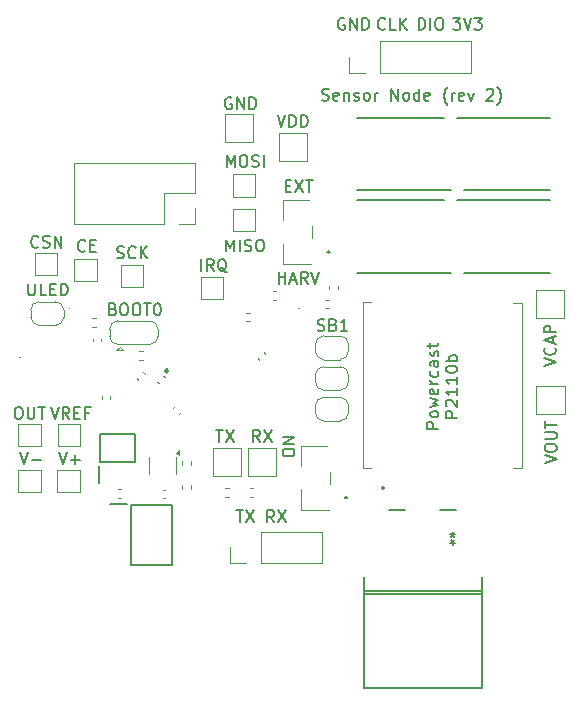
<source format=gbr>
%TF.GenerationSoftware,KiCad,Pcbnew,8.0.2*%
%TF.CreationDate,2024-07-16T13:23:22-07:00*%
%TF.ProjectId,sensor-node-rev-2s,73656e73-6f72-42d6-9e6f-64652d726576,rev?*%
%TF.SameCoordinates,Original*%
%TF.FileFunction,Legend,Top*%
%TF.FilePolarity,Positive*%
%FSLAX46Y46*%
G04 Gerber Fmt 4.6, Leading zero omitted, Abs format (unit mm)*
G04 Created by KiCad (PCBNEW 8.0.2) date 2024-07-16 13:23:22*
%MOMM*%
%LPD*%
G01*
G04 APERTURE LIST*
%ADD10C,0.150000*%
%ADD11C,0.120000*%
%ADD12C,0.100000*%
%ADD13C,0.200000*%
%ADD14C,0.250000*%
%ADD15C,0.152400*%
G04 APERTURE END LIST*
D10*
X93286779Y-109799819D02*
X93286779Y-108799819D01*
X93286779Y-108799819D02*
X93620112Y-109514104D01*
X93620112Y-109514104D02*
X93953445Y-108799819D01*
X93953445Y-108799819D02*
X93953445Y-109799819D01*
X94620112Y-108799819D02*
X94810588Y-108799819D01*
X94810588Y-108799819D02*
X94905826Y-108847438D01*
X94905826Y-108847438D02*
X95001064Y-108942676D01*
X95001064Y-108942676D02*
X95048683Y-109133152D01*
X95048683Y-109133152D02*
X95048683Y-109466485D01*
X95048683Y-109466485D02*
X95001064Y-109656961D01*
X95001064Y-109656961D02*
X94905826Y-109752200D01*
X94905826Y-109752200D02*
X94810588Y-109799819D01*
X94810588Y-109799819D02*
X94620112Y-109799819D01*
X94620112Y-109799819D02*
X94524874Y-109752200D01*
X94524874Y-109752200D02*
X94429636Y-109656961D01*
X94429636Y-109656961D02*
X94382017Y-109466485D01*
X94382017Y-109466485D02*
X94382017Y-109133152D01*
X94382017Y-109133152D02*
X94429636Y-108942676D01*
X94429636Y-108942676D02*
X94524874Y-108847438D01*
X94524874Y-108847438D02*
X94620112Y-108799819D01*
X95429636Y-109752200D02*
X95572493Y-109799819D01*
X95572493Y-109799819D02*
X95810588Y-109799819D01*
X95810588Y-109799819D02*
X95905826Y-109752200D01*
X95905826Y-109752200D02*
X95953445Y-109704580D01*
X95953445Y-109704580D02*
X96001064Y-109609342D01*
X96001064Y-109609342D02*
X96001064Y-109514104D01*
X96001064Y-109514104D02*
X95953445Y-109418866D01*
X95953445Y-109418866D02*
X95905826Y-109371247D01*
X95905826Y-109371247D02*
X95810588Y-109323628D01*
X95810588Y-109323628D02*
X95620112Y-109276009D01*
X95620112Y-109276009D02*
X95524874Y-109228390D01*
X95524874Y-109228390D02*
X95477255Y-109180771D01*
X95477255Y-109180771D02*
X95429636Y-109085533D01*
X95429636Y-109085533D02*
X95429636Y-108990295D01*
X95429636Y-108990295D02*
X95477255Y-108895057D01*
X95477255Y-108895057D02*
X95524874Y-108847438D01*
X95524874Y-108847438D02*
X95620112Y-108799819D01*
X95620112Y-108799819D02*
X95858207Y-108799819D01*
X95858207Y-108799819D02*
X96001064Y-108847438D01*
X96429636Y-109799819D02*
X96429636Y-108799819D01*
X94093922Y-138869819D02*
X94665350Y-138869819D01*
X94379636Y-139869819D02*
X94379636Y-138869819D01*
X94903446Y-138869819D02*
X95570112Y-139869819D01*
X95570112Y-138869819D02*
X94903446Y-139869819D01*
X96108207Y-133069819D02*
X95774874Y-132593628D01*
X95536779Y-133069819D02*
X95536779Y-132069819D01*
X95536779Y-132069819D02*
X95917731Y-132069819D01*
X95917731Y-132069819D02*
X96012969Y-132117438D01*
X96012969Y-132117438D02*
X96060588Y-132165057D01*
X96060588Y-132165057D02*
X96108207Y-132260295D01*
X96108207Y-132260295D02*
X96108207Y-132403152D01*
X96108207Y-132403152D02*
X96060588Y-132498390D01*
X96060588Y-132498390D02*
X96012969Y-132546009D01*
X96012969Y-132546009D02*
X95917731Y-132593628D01*
X95917731Y-132593628D02*
X95536779Y-132593628D01*
X96441541Y-132069819D02*
X97108207Y-133069819D01*
X97108207Y-132069819D02*
X96441541Y-133069819D01*
X109536779Y-98169819D02*
X109536779Y-97169819D01*
X109536779Y-97169819D02*
X109774874Y-97169819D01*
X109774874Y-97169819D02*
X109917731Y-97217438D01*
X109917731Y-97217438D02*
X110012969Y-97312676D01*
X110012969Y-97312676D02*
X110060588Y-97407914D01*
X110060588Y-97407914D02*
X110108207Y-97598390D01*
X110108207Y-97598390D02*
X110108207Y-97741247D01*
X110108207Y-97741247D02*
X110060588Y-97931723D01*
X110060588Y-97931723D02*
X110012969Y-98026961D01*
X110012969Y-98026961D02*
X109917731Y-98122200D01*
X109917731Y-98122200D02*
X109774874Y-98169819D01*
X109774874Y-98169819D02*
X109536779Y-98169819D01*
X110536779Y-98169819D02*
X110536779Y-97169819D01*
X111203445Y-97169819D02*
X111393921Y-97169819D01*
X111393921Y-97169819D02*
X111489159Y-97217438D01*
X111489159Y-97217438D02*
X111584397Y-97312676D01*
X111584397Y-97312676D02*
X111632016Y-97503152D01*
X111632016Y-97503152D02*
X111632016Y-97836485D01*
X111632016Y-97836485D02*
X111584397Y-98026961D01*
X111584397Y-98026961D02*
X111489159Y-98122200D01*
X111489159Y-98122200D02*
X111393921Y-98169819D01*
X111393921Y-98169819D02*
X111203445Y-98169819D01*
X111203445Y-98169819D02*
X111108207Y-98122200D01*
X111108207Y-98122200D02*
X111012969Y-98026961D01*
X111012969Y-98026961D02*
X110965350Y-97836485D01*
X110965350Y-97836485D02*
X110965350Y-97503152D01*
X110965350Y-97503152D02*
X111012969Y-97312676D01*
X111012969Y-97312676D02*
X111108207Y-97217438D01*
X111108207Y-97217438D02*
X111203445Y-97169819D01*
X83999160Y-117482200D02*
X84142017Y-117529819D01*
X84142017Y-117529819D02*
X84380112Y-117529819D01*
X84380112Y-117529819D02*
X84475350Y-117482200D01*
X84475350Y-117482200D02*
X84522969Y-117434580D01*
X84522969Y-117434580D02*
X84570588Y-117339342D01*
X84570588Y-117339342D02*
X84570588Y-117244104D01*
X84570588Y-117244104D02*
X84522969Y-117148866D01*
X84522969Y-117148866D02*
X84475350Y-117101247D01*
X84475350Y-117101247D02*
X84380112Y-117053628D01*
X84380112Y-117053628D02*
X84189636Y-117006009D01*
X84189636Y-117006009D02*
X84094398Y-116958390D01*
X84094398Y-116958390D02*
X84046779Y-116910771D01*
X84046779Y-116910771D02*
X83999160Y-116815533D01*
X83999160Y-116815533D02*
X83999160Y-116720295D01*
X83999160Y-116720295D02*
X84046779Y-116625057D01*
X84046779Y-116625057D02*
X84094398Y-116577438D01*
X84094398Y-116577438D02*
X84189636Y-116529819D01*
X84189636Y-116529819D02*
X84427731Y-116529819D01*
X84427731Y-116529819D02*
X84570588Y-116577438D01*
X85570588Y-117434580D02*
X85522969Y-117482200D01*
X85522969Y-117482200D02*
X85380112Y-117529819D01*
X85380112Y-117529819D02*
X85284874Y-117529819D01*
X85284874Y-117529819D02*
X85142017Y-117482200D01*
X85142017Y-117482200D02*
X85046779Y-117386961D01*
X85046779Y-117386961D02*
X84999160Y-117291723D01*
X84999160Y-117291723D02*
X84951541Y-117101247D01*
X84951541Y-117101247D02*
X84951541Y-116958390D01*
X84951541Y-116958390D02*
X84999160Y-116767914D01*
X84999160Y-116767914D02*
X85046779Y-116672676D01*
X85046779Y-116672676D02*
X85142017Y-116577438D01*
X85142017Y-116577438D02*
X85284874Y-116529819D01*
X85284874Y-116529819D02*
X85380112Y-116529819D01*
X85380112Y-116529819D02*
X85522969Y-116577438D01*
X85522969Y-116577438D02*
X85570588Y-116625057D01*
X85999160Y-117529819D02*
X85999160Y-116529819D01*
X86570588Y-117529819D02*
X86142017Y-116958390D01*
X86570588Y-116529819D02*
X85999160Y-117101247D01*
X75793922Y-133969819D02*
X76127255Y-134969819D01*
X76127255Y-134969819D02*
X76460588Y-133969819D01*
X76793922Y-134588866D02*
X77555827Y-134588866D01*
X120219819Y-134856077D02*
X121219819Y-134522744D01*
X121219819Y-134522744D02*
X120219819Y-134189411D01*
X120219819Y-133665601D02*
X120219819Y-133475125D01*
X120219819Y-133475125D02*
X120267438Y-133379887D01*
X120267438Y-133379887D02*
X120362676Y-133284649D01*
X120362676Y-133284649D02*
X120553152Y-133237030D01*
X120553152Y-133237030D02*
X120886485Y-133237030D01*
X120886485Y-133237030D02*
X121076961Y-133284649D01*
X121076961Y-133284649D02*
X121172200Y-133379887D01*
X121172200Y-133379887D02*
X121219819Y-133475125D01*
X121219819Y-133475125D02*
X121219819Y-133665601D01*
X121219819Y-133665601D02*
X121172200Y-133760839D01*
X121172200Y-133760839D02*
X121076961Y-133856077D01*
X121076961Y-133856077D02*
X120886485Y-133903696D01*
X120886485Y-133903696D02*
X120553152Y-133903696D01*
X120553152Y-133903696D02*
X120362676Y-133856077D01*
X120362676Y-133856077D02*
X120267438Y-133760839D01*
X120267438Y-133760839D02*
X120219819Y-133665601D01*
X120219819Y-132808458D02*
X121029342Y-132808458D01*
X121029342Y-132808458D02*
X121124580Y-132760839D01*
X121124580Y-132760839D02*
X121172200Y-132713220D01*
X121172200Y-132713220D02*
X121219819Y-132617982D01*
X121219819Y-132617982D02*
X121219819Y-132427506D01*
X121219819Y-132427506D02*
X121172200Y-132332268D01*
X121172200Y-132332268D02*
X121124580Y-132284649D01*
X121124580Y-132284649D02*
X121029342Y-132237030D01*
X121029342Y-132237030D02*
X120219819Y-132237030D01*
X120219819Y-131903696D02*
X120219819Y-131332268D01*
X121219819Y-131617982D02*
X120219819Y-131617982D01*
X92393922Y-132069819D02*
X92965350Y-132069819D01*
X92679636Y-133069819D02*
X92679636Y-132069819D01*
X93203446Y-132069819D02*
X93870112Y-133069819D01*
X93870112Y-132069819D02*
X93203446Y-133069819D01*
X112441541Y-97169819D02*
X113060588Y-97169819D01*
X113060588Y-97169819D02*
X112727255Y-97550771D01*
X112727255Y-97550771D02*
X112870112Y-97550771D01*
X112870112Y-97550771D02*
X112965350Y-97598390D01*
X112965350Y-97598390D02*
X113012969Y-97646009D01*
X113012969Y-97646009D02*
X113060588Y-97741247D01*
X113060588Y-97741247D02*
X113060588Y-97979342D01*
X113060588Y-97979342D02*
X113012969Y-98074580D01*
X113012969Y-98074580D02*
X112965350Y-98122200D01*
X112965350Y-98122200D02*
X112870112Y-98169819D01*
X112870112Y-98169819D02*
X112584398Y-98169819D01*
X112584398Y-98169819D02*
X112489160Y-98122200D01*
X112489160Y-98122200D02*
X112441541Y-98074580D01*
X113346303Y-97169819D02*
X113679636Y-98169819D01*
X113679636Y-98169819D02*
X114012969Y-97169819D01*
X114251065Y-97169819D02*
X114870112Y-97169819D01*
X114870112Y-97169819D02*
X114536779Y-97550771D01*
X114536779Y-97550771D02*
X114679636Y-97550771D01*
X114679636Y-97550771D02*
X114774874Y-97598390D01*
X114774874Y-97598390D02*
X114822493Y-97646009D01*
X114822493Y-97646009D02*
X114870112Y-97741247D01*
X114870112Y-97741247D02*
X114870112Y-97979342D01*
X114870112Y-97979342D02*
X114822493Y-98074580D01*
X114822493Y-98074580D02*
X114774874Y-98122200D01*
X114774874Y-98122200D02*
X114679636Y-98169819D01*
X114679636Y-98169819D02*
X114393922Y-98169819D01*
X114393922Y-98169819D02*
X114298684Y-98122200D01*
X114298684Y-98122200D02*
X114251065Y-98074580D01*
X98286779Y-111396009D02*
X98620112Y-111396009D01*
X98762969Y-111919819D02*
X98286779Y-111919819D01*
X98286779Y-111919819D02*
X98286779Y-110919819D01*
X98286779Y-110919819D02*
X98762969Y-110919819D01*
X99096303Y-110919819D02*
X99762969Y-111919819D01*
X99762969Y-110919819D02*
X99096303Y-111919819D01*
X100001065Y-110919819D02*
X100572493Y-110919819D01*
X100286779Y-111919819D02*
X100286779Y-110919819D01*
X97308207Y-139869819D02*
X96974874Y-139393628D01*
X96736779Y-139869819D02*
X96736779Y-138869819D01*
X96736779Y-138869819D02*
X97117731Y-138869819D01*
X97117731Y-138869819D02*
X97212969Y-138917438D01*
X97212969Y-138917438D02*
X97260588Y-138965057D01*
X97260588Y-138965057D02*
X97308207Y-139060295D01*
X97308207Y-139060295D02*
X97308207Y-139203152D01*
X97308207Y-139203152D02*
X97260588Y-139298390D01*
X97260588Y-139298390D02*
X97212969Y-139346009D01*
X97212969Y-139346009D02*
X97117731Y-139393628D01*
X97117731Y-139393628D02*
X96736779Y-139393628D01*
X97641541Y-138869819D02*
X98308207Y-139869819D01*
X98308207Y-138869819D02*
X97641541Y-139869819D01*
X120169819Y-126656077D02*
X121169819Y-126322744D01*
X121169819Y-126322744D02*
X120169819Y-125989411D01*
X121074580Y-125084649D02*
X121122200Y-125132268D01*
X121122200Y-125132268D02*
X121169819Y-125275125D01*
X121169819Y-125275125D02*
X121169819Y-125370363D01*
X121169819Y-125370363D02*
X121122200Y-125513220D01*
X121122200Y-125513220D02*
X121026961Y-125608458D01*
X121026961Y-125608458D02*
X120931723Y-125656077D01*
X120931723Y-125656077D02*
X120741247Y-125703696D01*
X120741247Y-125703696D02*
X120598390Y-125703696D01*
X120598390Y-125703696D02*
X120407914Y-125656077D01*
X120407914Y-125656077D02*
X120312676Y-125608458D01*
X120312676Y-125608458D02*
X120217438Y-125513220D01*
X120217438Y-125513220D02*
X120169819Y-125370363D01*
X120169819Y-125370363D02*
X120169819Y-125275125D01*
X120169819Y-125275125D02*
X120217438Y-125132268D01*
X120217438Y-125132268D02*
X120265057Y-125084649D01*
X120884104Y-124703696D02*
X120884104Y-124227506D01*
X121169819Y-124798934D02*
X120169819Y-124465601D01*
X120169819Y-124465601D02*
X121169819Y-124132268D01*
X121169819Y-123798934D02*
X120169819Y-123798934D01*
X120169819Y-123798934D02*
X120169819Y-123417982D01*
X120169819Y-123417982D02*
X120217438Y-123322744D01*
X120217438Y-123322744D02*
X120265057Y-123275125D01*
X120265057Y-123275125D02*
X120360295Y-123227506D01*
X120360295Y-123227506D02*
X120503152Y-123227506D01*
X120503152Y-123227506D02*
X120598390Y-123275125D01*
X120598390Y-123275125D02*
X120646009Y-123322744D01*
X120646009Y-123322744D02*
X120693628Y-123417982D01*
X120693628Y-123417982D02*
X120693628Y-123798934D01*
X77338207Y-116534580D02*
X77290588Y-116582200D01*
X77290588Y-116582200D02*
X77147731Y-116629819D01*
X77147731Y-116629819D02*
X77052493Y-116629819D01*
X77052493Y-116629819D02*
X76909636Y-116582200D01*
X76909636Y-116582200D02*
X76814398Y-116486961D01*
X76814398Y-116486961D02*
X76766779Y-116391723D01*
X76766779Y-116391723D02*
X76719160Y-116201247D01*
X76719160Y-116201247D02*
X76719160Y-116058390D01*
X76719160Y-116058390D02*
X76766779Y-115867914D01*
X76766779Y-115867914D02*
X76814398Y-115772676D01*
X76814398Y-115772676D02*
X76909636Y-115677438D01*
X76909636Y-115677438D02*
X77052493Y-115629819D01*
X77052493Y-115629819D02*
X77147731Y-115629819D01*
X77147731Y-115629819D02*
X77290588Y-115677438D01*
X77290588Y-115677438D02*
X77338207Y-115725057D01*
X77719160Y-116582200D02*
X77862017Y-116629819D01*
X77862017Y-116629819D02*
X78100112Y-116629819D01*
X78100112Y-116629819D02*
X78195350Y-116582200D01*
X78195350Y-116582200D02*
X78242969Y-116534580D01*
X78242969Y-116534580D02*
X78290588Y-116439342D01*
X78290588Y-116439342D02*
X78290588Y-116344104D01*
X78290588Y-116344104D02*
X78242969Y-116248866D01*
X78242969Y-116248866D02*
X78195350Y-116201247D01*
X78195350Y-116201247D02*
X78100112Y-116153628D01*
X78100112Y-116153628D02*
X77909636Y-116106009D01*
X77909636Y-116106009D02*
X77814398Y-116058390D01*
X77814398Y-116058390D02*
X77766779Y-116010771D01*
X77766779Y-116010771D02*
X77719160Y-115915533D01*
X77719160Y-115915533D02*
X77719160Y-115820295D01*
X77719160Y-115820295D02*
X77766779Y-115725057D01*
X77766779Y-115725057D02*
X77814398Y-115677438D01*
X77814398Y-115677438D02*
X77909636Y-115629819D01*
X77909636Y-115629819D02*
X78147731Y-115629819D01*
X78147731Y-115629819D02*
X78290588Y-115677438D01*
X78719160Y-116629819D02*
X78719160Y-115629819D01*
X78719160Y-115629819D02*
X79290588Y-116629819D01*
X79290588Y-116629819D02*
X79290588Y-115629819D01*
X98019819Y-134072744D02*
X98019819Y-133882268D01*
X98019819Y-133882268D02*
X98067438Y-133787030D01*
X98067438Y-133787030D02*
X98162676Y-133691792D01*
X98162676Y-133691792D02*
X98353152Y-133644173D01*
X98353152Y-133644173D02*
X98686485Y-133644173D01*
X98686485Y-133644173D02*
X98876961Y-133691792D01*
X98876961Y-133691792D02*
X98972200Y-133787030D01*
X98972200Y-133787030D02*
X99019819Y-133882268D01*
X99019819Y-133882268D02*
X99019819Y-134072744D01*
X99019819Y-134072744D02*
X98972200Y-134167982D01*
X98972200Y-134167982D02*
X98876961Y-134263220D01*
X98876961Y-134263220D02*
X98686485Y-134310839D01*
X98686485Y-134310839D02*
X98353152Y-134310839D01*
X98353152Y-134310839D02*
X98162676Y-134263220D01*
X98162676Y-134263220D02*
X98067438Y-134167982D01*
X98067438Y-134167982D02*
X98019819Y-134072744D01*
X99019819Y-133215601D02*
X98019819Y-133215601D01*
X98019819Y-133215601D02*
X99019819Y-132644173D01*
X99019819Y-132644173D02*
X98019819Y-132644173D01*
X75577255Y-130119819D02*
X75767731Y-130119819D01*
X75767731Y-130119819D02*
X75862969Y-130167438D01*
X75862969Y-130167438D02*
X75958207Y-130262676D01*
X75958207Y-130262676D02*
X76005826Y-130453152D01*
X76005826Y-130453152D02*
X76005826Y-130786485D01*
X76005826Y-130786485D02*
X75958207Y-130976961D01*
X75958207Y-130976961D02*
X75862969Y-131072200D01*
X75862969Y-131072200D02*
X75767731Y-131119819D01*
X75767731Y-131119819D02*
X75577255Y-131119819D01*
X75577255Y-131119819D02*
X75482017Y-131072200D01*
X75482017Y-131072200D02*
X75386779Y-130976961D01*
X75386779Y-130976961D02*
X75339160Y-130786485D01*
X75339160Y-130786485D02*
X75339160Y-130453152D01*
X75339160Y-130453152D02*
X75386779Y-130262676D01*
X75386779Y-130262676D02*
X75482017Y-130167438D01*
X75482017Y-130167438D02*
X75577255Y-130119819D01*
X76434398Y-130119819D02*
X76434398Y-130929342D01*
X76434398Y-130929342D02*
X76482017Y-131024580D01*
X76482017Y-131024580D02*
X76529636Y-131072200D01*
X76529636Y-131072200D02*
X76624874Y-131119819D01*
X76624874Y-131119819D02*
X76815350Y-131119819D01*
X76815350Y-131119819D02*
X76910588Y-131072200D01*
X76910588Y-131072200D02*
X76958207Y-131024580D01*
X76958207Y-131024580D02*
X77005826Y-130929342D01*
X77005826Y-130929342D02*
X77005826Y-130119819D01*
X77339160Y-130119819D02*
X77910588Y-130119819D01*
X77624874Y-131119819D02*
X77624874Y-130119819D01*
X81298207Y-116874580D02*
X81250588Y-116922200D01*
X81250588Y-116922200D02*
X81107731Y-116969819D01*
X81107731Y-116969819D02*
X81012493Y-116969819D01*
X81012493Y-116969819D02*
X80869636Y-116922200D01*
X80869636Y-116922200D02*
X80774398Y-116826961D01*
X80774398Y-116826961D02*
X80726779Y-116731723D01*
X80726779Y-116731723D02*
X80679160Y-116541247D01*
X80679160Y-116541247D02*
X80679160Y-116398390D01*
X80679160Y-116398390D02*
X80726779Y-116207914D01*
X80726779Y-116207914D02*
X80774398Y-116112676D01*
X80774398Y-116112676D02*
X80869636Y-116017438D01*
X80869636Y-116017438D02*
X81012493Y-115969819D01*
X81012493Y-115969819D02*
X81107731Y-115969819D01*
X81107731Y-115969819D02*
X81250588Y-116017438D01*
X81250588Y-116017438D02*
X81298207Y-116065057D01*
X81726779Y-116446009D02*
X82060112Y-116446009D01*
X82202969Y-116969819D02*
X81726779Y-116969819D01*
X81726779Y-116969819D02*
X81726779Y-115969819D01*
X81726779Y-115969819D02*
X82202969Y-115969819D01*
X91136779Y-118609819D02*
X91136779Y-117609819D01*
X92184397Y-118609819D02*
X91851064Y-118133628D01*
X91612969Y-118609819D02*
X91612969Y-117609819D01*
X91612969Y-117609819D02*
X91993921Y-117609819D01*
X91993921Y-117609819D02*
X92089159Y-117657438D01*
X92089159Y-117657438D02*
X92136778Y-117705057D01*
X92136778Y-117705057D02*
X92184397Y-117800295D01*
X92184397Y-117800295D02*
X92184397Y-117943152D01*
X92184397Y-117943152D02*
X92136778Y-118038390D01*
X92136778Y-118038390D02*
X92089159Y-118086009D01*
X92089159Y-118086009D02*
X91993921Y-118133628D01*
X91993921Y-118133628D02*
X91612969Y-118133628D01*
X93279635Y-118705057D02*
X93184397Y-118657438D01*
X93184397Y-118657438D02*
X93089159Y-118562200D01*
X93089159Y-118562200D02*
X92946302Y-118419342D01*
X92946302Y-118419342D02*
X92851064Y-118371723D01*
X92851064Y-118371723D02*
X92755826Y-118371723D01*
X92803445Y-118609819D02*
X92708207Y-118562200D01*
X92708207Y-118562200D02*
X92612969Y-118466961D01*
X92612969Y-118466961D02*
X92565350Y-118276485D01*
X92565350Y-118276485D02*
X92565350Y-117943152D01*
X92565350Y-117943152D02*
X92612969Y-117752676D01*
X92612969Y-117752676D02*
X92708207Y-117657438D01*
X92708207Y-117657438D02*
X92803445Y-117609819D01*
X92803445Y-117609819D02*
X92993921Y-117609819D01*
X92993921Y-117609819D02*
X93089159Y-117657438D01*
X93089159Y-117657438D02*
X93184397Y-117752676D01*
X93184397Y-117752676D02*
X93232016Y-117943152D01*
X93232016Y-117943152D02*
X93232016Y-118276485D01*
X93232016Y-118276485D02*
X93184397Y-118466961D01*
X93184397Y-118466961D02*
X93089159Y-118562200D01*
X93089159Y-118562200D02*
X92993921Y-118609819D01*
X92993921Y-118609819D02*
X92803445Y-118609819D01*
X93685588Y-103942438D02*
X93590350Y-103894819D01*
X93590350Y-103894819D02*
X93447493Y-103894819D01*
X93447493Y-103894819D02*
X93304636Y-103942438D01*
X93304636Y-103942438D02*
X93209398Y-104037676D01*
X93209398Y-104037676D02*
X93161779Y-104132914D01*
X93161779Y-104132914D02*
X93114160Y-104323390D01*
X93114160Y-104323390D02*
X93114160Y-104466247D01*
X93114160Y-104466247D02*
X93161779Y-104656723D01*
X93161779Y-104656723D02*
X93209398Y-104751961D01*
X93209398Y-104751961D02*
X93304636Y-104847200D01*
X93304636Y-104847200D02*
X93447493Y-104894819D01*
X93447493Y-104894819D02*
X93542731Y-104894819D01*
X93542731Y-104894819D02*
X93685588Y-104847200D01*
X93685588Y-104847200D02*
X93733207Y-104799580D01*
X93733207Y-104799580D02*
X93733207Y-104466247D01*
X93733207Y-104466247D02*
X93542731Y-104466247D01*
X94161779Y-104894819D02*
X94161779Y-103894819D01*
X94161779Y-103894819D02*
X94733207Y-104894819D01*
X94733207Y-104894819D02*
X94733207Y-103894819D01*
X95209398Y-104894819D02*
X95209398Y-103894819D01*
X95209398Y-103894819D02*
X95447493Y-103894819D01*
X95447493Y-103894819D02*
X95590350Y-103942438D01*
X95590350Y-103942438D02*
X95685588Y-104037676D01*
X95685588Y-104037676D02*
X95733207Y-104132914D01*
X95733207Y-104132914D02*
X95780826Y-104323390D01*
X95780826Y-104323390D02*
X95780826Y-104466247D01*
X95780826Y-104466247D02*
X95733207Y-104656723D01*
X95733207Y-104656723D02*
X95685588Y-104751961D01*
X95685588Y-104751961D02*
X95590350Y-104847200D01*
X95590350Y-104847200D02*
X95447493Y-104894819D01*
X95447493Y-104894819D02*
X95209398Y-104894819D01*
X76486779Y-119669819D02*
X76486779Y-120479342D01*
X76486779Y-120479342D02*
X76534398Y-120574580D01*
X76534398Y-120574580D02*
X76582017Y-120622200D01*
X76582017Y-120622200D02*
X76677255Y-120669819D01*
X76677255Y-120669819D02*
X76867731Y-120669819D01*
X76867731Y-120669819D02*
X76962969Y-120622200D01*
X76962969Y-120622200D02*
X77010588Y-120574580D01*
X77010588Y-120574580D02*
X77058207Y-120479342D01*
X77058207Y-120479342D02*
X77058207Y-119669819D01*
X78010588Y-120669819D02*
X77534398Y-120669819D01*
X77534398Y-120669819D02*
X77534398Y-119669819D01*
X78343922Y-120146009D02*
X78677255Y-120146009D01*
X78820112Y-120669819D02*
X78343922Y-120669819D01*
X78343922Y-120669819D02*
X78343922Y-119669819D01*
X78343922Y-119669819D02*
X78820112Y-119669819D01*
X79248684Y-120669819D02*
X79248684Y-119669819D01*
X79248684Y-119669819D02*
X79486779Y-119669819D01*
X79486779Y-119669819D02*
X79629636Y-119717438D01*
X79629636Y-119717438D02*
X79724874Y-119812676D01*
X79724874Y-119812676D02*
X79772493Y-119907914D01*
X79772493Y-119907914D02*
X79820112Y-120098390D01*
X79820112Y-120098390D02*
X79820112Y-120241247D01*
X79820112Y-120241247D02*
X79772493Y-120431723D01*
X79772493Y-120431723D02*
X79724874Y-120526961D01*
X79724874Y-120526961D02*
X79629636Y-120622200D01*
X79629636Y-120622200D02*
X79486779Y-120669819D01*
X79486779Y-120669819D02*
X79248684Y-120669819D01*
X106708207Y-98074580D02*
X106660588Y-98122200D01*
X106660588Y-98122200D02*
X106517731Y-98169819D01*
X106517731Y-98169819D02*
X106422493Y-98169819D01*
X106422493Y-98169819D02*
X106279636Y-98122200D01*
X106279636Y-98122200D02*
X106184398Y-98026961D01*
X106184398Y-98026961D02*
X106136779Y-97931723D01*
X106136779Y-97931723D02*
X106089160Y-97741247D01*
X106089160Y-97741247D02*
X106089160Y-97598390D01*
X106089160Y-97598390D02*
X106136779Y-97407914D01*
X106136779Y-97407914D02*
X106184398Y-97312676D01*
X106184398Y-97312676D02*
X106279636Y-97217438D01*
X106279636Y-97217438D02*
X106422493Y-97169819D01*
X106422493Y-97169819D02*
X106517731Y-97169819D01*
X106517731Y-97169819D02*
X106660588Y-97217438D01*
X106660588Y-97217438D02*
X106708207Y-97265057D01*
X107612969Y-98169819D02*
X107136779Y-98169819D01*
X107136779Y-98169819D02*
X107136779Y-97169819D01*
X107946303Y-98169819D02*
X107946303Y-97169819D01*
X108517731Y-98169819D02*
X108089160Y-97598390D01*
X108517731Y-97169819D02*
X107946303Y-97741247D01*
X93246779Y-116944819D02*
X93246779Y-115944819D01*
X93246779Y-115944819D02*
X93580112Y-116659104D01*
X93580112Y-116659104D02*
X93913445Y-115944819D01*
X93913445Y-115944819D02*
X93913445Y-116944819D01*
X94389636Y-116944819D02*
X94389636Y-115944819D01*
X94818207Y-116897200D02*
X94961064Y-116944819D01*
X94961064Y-116944819D02*
X95199159Y-116944819D01*
X95199159Y-116944819D02*
X95294397Y-116897200D01*
X95294397Y-116897200D02*
X95342016Y-116849580D01*
X95342016Y-116849580D02*
X95389635Y-116754342D01*
X95389635Y-116754342D02*
X95389635Y-116659104D01*
X95389635Y-116659104D02*
X95342016Y-116563866D01*
X95342016Y-116563866D02*
X95294397Y-116516247D01*
X95294397Y-116516247D02*
X95199159Y-116468628D01*
X95199159Y-116468628D02*
X95008683Y-116421009D01*
X95008683Y-116421009D02*
X94913445Y-116373390D01*
X94913445Y-116373390D02*
X94865826Y-116325771D01*
X94865826Y-116325771D02*
X94818207Y-116230533D01*
X94818207Y-116230533D02*
X94818207Y-116135295D01*
X94818207Y-116135295D02*
X94865826Y-116040057D01*
X94865826Y-116040057D02*
X94913445Y-115992438D01*
X94913445Y-115992438D02*
X95008683Y-115944819D01*
X95008683Y-115944819D02*
X95246778Y-115944819D01*
X95246778Y-115944819D02*
X95389635Y-115992438D01*
X96008683Y-115944819D02*
X96199159Y-115944819D01*
X96199159Y-115944819D02*
X96294397Y-115992438D01*
X96294397Y-115992438D02*
X96389635Y-116087676D01*
X96389635Y-116087676D02*
X96437254Y-116278152D01*
X96437254Y-116278152D02*
X96437254Y-116611485D01*
X96437254Y-116611485D02*
X96389635Y-116801961D01*
X96389635Y-116801961D02*
X96294397Y-116897200D01*
X96294397Y-116897200D02*
X96199159Y-116944819D01*
X96199159Y-116944819D02*
X96008683Y-116944819D01*
X96008683Y-116944819D02*
X95913445Y-116897200D01*
X95913445Y-116897200D02*
X95818207Y-116801961D01*
X95818207Y-116801961D02*
X95770588Y-116611485D01*
X95770588Y-116611485D02*
X95770588Y-116278152D01*
X95770588Y-116278152D02*
X95818207Y-116087676D01*
X95818207Y-116087676D02*
X95913445Y-115992438D01*
X95913445Y-115992438D02*
X96008683Y-115944819D01*
X79093922Y-133969819D02*
X79427255Y-134969819D01*
X79427255Y-134969819D02*
X79760588Y-133969819D01*
X80093922Y-134588866D02*
X80855827Y-134588866D01*
X80474874Y-134969819D02*
X80474874Y-134207914D01*
X101354760Y-104122200D02*
X101497617Y-104169819D01*
X101497617Y-104169819D02*
X101735712Y-104169819D01*
X101735712Y-104169819D02*
X101830950Y-104122200D01*
X101830950Y-104122200D02*
X101878569Y-104074580D01*
X101878569Y-104074580D02*
X101926188Y-103979342D01*
X101926188Y-103979342D02*
X101926188Y-103884104D01*
X101926188Y-103884104D02*
X101878569Y-103788866D01*
X101878569Y-103788866D02*
X101830950Y-103741247D01*
X101830950Y-103741247D02*
X101735712Y-103693628D01*
X101735712Y-103693628D02*
X101545236Y-103646009D01*
X101545236Y-103646009D02*
X101449998Y-103598390D01*
X101449998Y-103598390D02*
X101402379Y-103550771D01*
X101402379Y-103550771D02*
X101354760Y-103455533D01*
X101354760Y-103455533D02*
X101354760Y-103360295D01*
X101354760Y-103360295D02*
X101402379Y-103265057D01*
X101402379Y-103265057D02*
X101449998Y-103217438D01*
X101449998Y-103217438D02*
X101545236Y-103169819D01*
X101545236Y-103169819D02*
X101783331Y-103169819D01*
X101783331Y-103169819D02*
X101926188Y-103217438D01*
X102735712Y-104122200D02*
X102640474Y-104169819D01*
X102640474Y-104169819D02*
X102449998Y-104169819D01*
X102449998Y-104169819D02*
X102354760Y-104122200D01*
X102354760Y-104122200D02*
X102307141Y-104026961D01*
X102307141Y-104026961D02*
X102307141Y-103646009D01*
X102307141Y-103646009D02*
X102354760Y-103550771D01*
X102354760Y-103550771D02*
X102449998Y-103503152D01*
X102449998Y-103503152D02*
X102640474Y-103503152D01*
X102640474Y-103503152D02*
X102735712Y-103550771D01*
X102735712Y-103550771D02*
X102783331Y-103646009D01*
X102783331Y-103646009D02*
X102783331Y-103741247D01*
X102783331Y-103741247D02*
X102307141Y-103836485D01*
X103211903Y-103503152D02*
X103211903Y-104169819D01*
X103211903Y-103598390D02*
X103259522Y-103550771D01*
X103259522Y-103550771D02*
X103354760Y-103503152D01*
X103354760Y-103503152D02*
X103497617Y-103503152D01*
X103497617Y-103503152D02*
X103592855Y-103550771D01*
X103592855Y-103550771D02*
X103640474Y-103646009D01*
X103640474Y-103646009D02*
X103640474Y-104169819D01*
X104069046Y-104122200D02*
X104164284Y-104169819D01*
X104164284Y-104169819D02*
X104354760Y-104169819D01*
X104354760Y-104169819D02*
X104449998Y-104122200D01*
X104449998Y-104122200D02*
X104497617Y-104026961D01*
X104497617Y-104026961D02*
X104497617Y-103979342D01*
X104497617Y-103979342D02*
X104449998Y-103884104D01*
X104449998Y-103884104D02*
X104354760Y-103836485D01*
X104354760Y-103836485D02*
X104211903Y-103836485D01*
X104211903Y-103836485D02*
X104116665Y-103788866D01*
X104116665Y-103788866D02*
X104069046Y-103693628D01*
X104069046Y-103693628D02*
X104069046Y-103646009D01*
X104069046Y-103646009D02*
X104116665Y-103550771D01*
X104116665Y-103550771D02*
X104211903Y-103503152D01*
X104211903Y-103503152D02*
X104354760Y-103503152D01*
X104354760Y-103503152D02*
X104449998Y-103550771D01*
X105069046Y-104169819D02*
X104973808Y-104122200D01*
X104973808Y-104122200D02*
X104926189Y-104074580D01*
X104926189Y-104074580D02*
X104878570Y-103979342D01*
X104878570Y-103979342D02*
X104878570Y-103693628D01*
X104878570Y-103693628D02*
X104926189Y-103598390D01*
X104926189Y-103598390D02*
X104973808Y-103550771D01*
X104973808Y-103550771D02*
X105069046Y-103503152D01*
X105069046Y-103503152D02*
X105211903Y-103503152D01*
X105211903Y-103503152D02*
X105307141Y-103550771D01*
X105307141Y-103550771D02*
X105354760Y-103598390D01*
X105354760Y-103598390D02*
X105402379Y-103693628D01*
X105402379Y-103693628D02*
X105402379Y-103979342D01*
X105402379Y-103979342D02*
X105354760Y-104074580D01*
X105354760Y-104074580D02*
X105307141Y-104122200D01*
X105307141Y-104122200D02*
X105211903Y-104169819D01*
X105211903Y-104169819D02*
X105069046Y-104169819D01*
X105830951Y-104169819D02*
X105830951Y-103503152D01*
X105830951Y-103693628D02*
X105878570Y-103598390D01*
X105878570Y-103598390D02*
X105926189Y-103550771D01*
X105926189Y-103550771D02*
X106021427Y-103503152D01*
X106021427Y-103503152D02*
X106116665Y-103503152D01*
X107211904Y-104169819D02*
X107211904Y-103169819D01*
X107211904Y-103169819D02*
X107783332Y-104169819D01*
X107783332Y-104169819D02*
X107783332Y-103169819D01*
X108402380Y-104169819D02*
X108307142Y-104122200D01*
X108307142Y-104122200D02*
X108259523Y-104074580D01*
X108259523Y-104074580D02*
X108211904Y-103979342D01*
X108211904Y-103979342D02*
X108211904Y-103693628D01*
X108211904Y-103693628D02*
X108259523Y-103598390D01*
X108259523Y-103598390D02*
X108307142Y-103550771D01*
X108307142Y-103550771D02*
X108402380Y-103503152D01*
X108402380Y-103503152D02*
X108545237Y-103503152D01*
X108545237Y-103503152D02*
X108640475Y-103550771D01*
X108640475Y-103550771D02*
X108688094Y-103598390D01*
X108688094Y-103598390D02*
X108735713Y-103693628D01*
X108735713Y-103693628D02*
X108735713Y-103979342D01*
X108735713Y-103979342D02*
X108688094Y-104074580D01*
X108688094Y-104074580D02*
X108640475Y-104122200D01*
X108640475Y-104122200D02*
X108545237Y-104169819D01*
X108545237Y-104169819D02*
X108402380Y-104169819D01*
X109592856Y-104169819D02*
X109592856Y-103169819D01*
X109592856Y-104122200D02*
X109497618Y-104169819D01*
X109497618Y-104169819D02*
X109307142Y-104169819D01*
X109307142Y-104169819D02*
X109211904Y-104122200D01*
X109211904Y-104122200D02*
X109164285Y-104074580D01*
X109164285Y-104074580D02*
X109116666Y-103979342D01*
X109116666Y-103979342D02*
X109116666Y-103693628D01*
X109116666Y-103693628D02*
X109164285Y-103598390D01*
X109164285Y-103598390D02*
X109211904Y-103550771D01*
X109211904Y-103550771D02*
X109307142Y-103503152D01*
X109307142Y-103503152D02*
X109497618Y-103503152D01*
X109497618Y-103503152D02*
X109592856Y-103550771D01*
X110449999Y-104122200D02*
X110354761Y-104169819D01*
X110354761Y-104169819D02*
X110164285Y-104169819D01*
X110164285Y-104169819D02*
X110069047Y-104122200D01*
X110069047Y-104122200D02*
X110021428Y-104026961D01*
X110021428Y-104026961D02*
X110021428Y-103646009D01*
X110021428Y-103646009D02*
X110069047Y-103550771D01*
X110069047Y-103550771D02*
X110164285Y-103503152D01*
X110164285Y-103503152D02*
X110354761Y-103503152D01*
X110354761Y-103503152D02*
X110449999Y-103550771D01*
X110449999Y-103550771D02*
X110497618Y-103646009D01*
X110497618Y-103646009D02*
X110497618Y-103741247D01*
X110497618Y-103741247D02*
X110021428Y-103836485D01*
X111973809Y-104550771D02*
X111926190Y-104503152D01*
X111926190Y-104503152D02*
X111830952Y-104360295D01*
X111830952Y-104360295D02*
X111783333Y-104265057D01*
X111783333Y-104265057D02*
X111735714Y-104122200D01*
X111735714Y-104122200D02*
X111688095Y-103884104D01*
X111688095Y-103884104D02*
X111688095Y-103693628D01*
X111688095Y-103693628D02*
X111735714Y-103455533D01*
X111735714Y-103455533D02*
X111783333Y-103312676D01*
X111783333Y-103312676D02*
X111830952Y-103217438D01*
X111830952Y-103217438D02*
X111926190Y-103074580D01*
X111926190Y-103074580D02*
X111973809Y-103026961D01*
X112354762Y-104169819D02*
X112354762Y-103503152D01*
X112354762Y-103693628D02*
X112402381Y-103598390D01*
X112402381Y-103598390D02*
X112450000Y-103550771D01*
X112450000Y-103550771D02*
X112545238Y-103503152D01*
X112545238Y-103503152D02*
X112640476Y-103503152D01*
X113354762Y-104122200D02*
X113259524Y-104169819D01*
X113259524Y-104169819D02*
X113069048Y-104169819D01*
X113069048Y-104169819D02*
X112973810Y-104122200D01*
X112973810Y-104122200D02*
X112926191Y-104026961D01*
X112926191Y-104026961D02*
X112926191Y-103646009D01*
X112926191Y-103646009D02*
X112973810Y-103550771D01*
X112973810Y-103550771D02*
X113069048Y-103503152D01*
X113069048Y-103503152D02*
X113259524Y-103503152D01*
X113259524Y-103503152D02*
X113354762Y-103550771D01*
X113354762Y-103550771D02*
X113402381Y-103646009D01*
X113402381Y-103646009D02*
X113402381Y-103741247D01*
X113402381Y-103741247D02*
X112926191Y-103836485D01*
X113735715Y-103503152D02*
X113973810Y-104169819D01*
X113973810Y-104169819D02*
X114211905Y-103503152D01*
X115307144Y-103265057D02*
X115354763Y-103217438D01*
X115354763Y-103217438D02*
X115450001Y-103169819D01*
X115450001Y-103169819D02*
X115688096Y-103169819D01*
X115688096Y-103169819D02*
X115783334Y-103217438D01*
X115783334Y-103217438D02*
X115830953Y-103265057D01*
X115830953Y-103265057D02*
X115878572Y-103360295D01*
X115878572Y-103360295D02*
X115878572Y-103455533D01*
X115878572Y-103455533D02*
X115830953Y-103598390D01*
X115830953Y-103598390D02*
X115259525Y-104169819D01*
X115259525Y-104169819D02*
X115878572Y-104169819D01*
X116211906Y-104550771D02*
X116259525Y-104503152D01*
X116259525Y-104503152D02*
X116354763Y-104360295D01*
X116354763Y-104360295D02*
X116402382Y-104265057D01*
X116402382Y-104265057D02*
X116450001Y-104122200D01*
X116450001Y-104122200D02*
X116497620Y-103884104D01*
X116497620Y-103884104D02*
X116497620Y-103693628D01*
X116497620Y-103693628D02*
X116450001Y-103455533D01*
X116450001Y-103455533D02*
X116402382Y-103312676D01*
X116402382Y-103312676D02*
X116354763Y-103217438D01*
X116354763Y-103217438D02*
X116259525Y-103074580D01*
X116259525Y-103074580D02*
X116211906Y-103026961D01*
X100989160Y-123622200D02*
X101132017Y-123669819D01*
X101132017Y-123669819D02*
X101370112Y-123669819D01*
X101370112Y-123669819D02*
X101465350Y-123622200D01*
X101465350Y-123622200D02*
X101512969Y-123574580D01*
X101512969Y-123574580D02*
X101560588Y-123479342D01*
X101560588Y-123479342D02*
X101560588Y-123384104D01*
X101560588Y-123384104D02*
X101512969Y-123288866D01*
X101512969Y-123288866D02*
X101465350Y-123241247D01*
X101465350Y-123241247D02*
X101370112Y-123193628D01*
X101370112Y-123193628D02*
X101179636Y-123146009D01*
X101179636Y-123146009D02*
X101084398Y-123098390D01*
X101084398Y-123098390D02*
X101036779Y-123050771D01*
X101036779Y-123050771D02*
X100989160Y-122955533D01*
X100989160Y-122955533D02*
X100989160Y-122860295D01*
X100989160Y-122860295D02*
X101036779Y-122765057D01*
X101036779Y-122765057D02*
X101084398Y-122717438D01*
X101084398Y-122717438D02*
X101179636Y-122669819D01*
X101179636Y-122669819D02*
X101417731Y-122669819D01*
X101417731Y-122669819D02*
X101560588Y-122717438D01*
X102322493Y-123146009D02*
X102465350Y-123193628D01*
X102465350Y-123193628D02*
X102512969Y-123241247D01*
X102512969Y-123241247D02*
X102560588Y-123336485D01*
X102560588Y-123336485D02*
X102560588Y-123479342D01*
X102560588Y-123479342D02*
X102512969Y-123574580D01*
X102512969Y-123574580D02*
X102465350Y-123622200D01*
X102465350Y-123622200D02*
X102370112Y-123669819D01*
X102370112Y-123669819D02*
X101989160Y-123669819D01*
X101989160Y-123669819D02*
X101989160Y-122669819D01*
X101989160Y-122669819D02*
X102322493Y-122669819D01*
X102322493Y-122669819D02*
X102417731Y-122717438D01*
X102417731Y-122717438D02*
X102465350Y-122765057D01*
X102465350Y-122765057D02*
X102512969Y-122860295D01*
X102512969Y-122860295D02*
X102512969Y-122955533D01*
X102512969Y-122955533D02*
X102465350Y-123050771D01*
X102465350Y-123050771D02*
X102417731Y-123098390D01*
X102417731Y-123098390D02*
X102322493Y-123146009D01*
X102322493Y-123146009D02*
X101989160Y-123146009D01*
X103512969Y-123669819D02*
X102941541Y-123669819D01*
X103227255Y-123669819D02*
X103227255Y-122669819D01*
X103227255Y-122669819D02*
X103132017Y-122812676D01*
X103132017Y-122812676D02*
X103036779Y-122907914D01*
X103036779Y-122907914D02*
X102941541Y-122955533D01*
X83650112Y-121826009D02*
X83792969Y-121873628D01*
X83792969Y-121873628D02*
X83840588Y-121921247D01*
X83840588Y-121921247D02*
X83888207Y-122016485D01*
X83888207Y-122016485D02*
X83888207Y-122159342D01*
X83888207Y-122159342D02*
X83840588Y-122254580D01*
X83840588Y-122254580D02*
X83792969Y-122302200D01*
X83792969Y-122302200D02*
X83697731Y-122349819D01*
X83697731Y-122349819D02*
X83316779Y-122349819D01*
X83316779Y-122349819D02*
X83316779Y-121349819D01*
X83316779Y-121349819D02*
X83650112Y-121349819D01*
X83650112Y-121349819D02*
X83745350Y-121397438D01*
X83745350Y-121397438D02*
X83792969Y-121445057D01*
X83792969Y-121445057D02*
X83840588Y-121540295D01*
X83840588Y-121540295D02*
X83840588Y-121635533D01*
X83840588Y-121635533D02*
X83792969Y-121730771D01*
X83792969Y-121730771D02*
X83745350Y-121778390D01*
X83745350Y-121778390D02*
X83650112Y-121826009D01*
X83650112Y-121826009D02*
X83316779Y-121826009D01*
X84507255Y-121349819D02*
X84697731Y-121349819D01*
X84697731Y-121349819D02*
X84792969Y-121397438D01*
X84792969Y-121397438D02*
X84888207Y-121492676D01*
X84888207Y-121492676D02*
X84935826Y-121683152D01*
X84935826Y-121683152D02*
X84935826Y-122016485D01*
X84935826Y-122016485D02*
X84888207Y-122206961D01*
X84888207Y-122206961D02*
X84792969Y-122302200D01*
X84792969Y-122302200D02*
X84697731Y-122349819D01*
X84697731Y-122349819D02*
X84507255Y-122349819D01*
X84507255Y-122349819D02*
X84412017Y-122302200D01*
X84412017Y-122302200D02*
X84316779Y-122206961D01*
X84316779Y-122206961D02*
X84269160Y-122016485D01*
X84269160Y-122016485D02*
X84269160Y-121683152D01*
X84269160Y-121683152D02*
X84316779Y-121492676D01*
X84316779Y-121492676D02*
X84412017Y-121397438D01*
X84412017Y-121397438D02*
X84507255Y-121349819D01*
X85554874Y-121349819D02*
X85745350Y-121349819D01*
X85745350Y-121349819D02*
X85840588Y-121397438D01*
X85840588Y-121397438D02*
X85935826Y-121492676D01*
X85935826Y-121492676D02*
X85983445Y-121683152D01*
X85983445Y-121683152D02*
X85983445Y-122016485D01*
X85983445Y-122016485D02*
X85935826Y-122206961D01*
X85935826Y-122206961D02*
X85840588Y-122302200D01*
X85840588Y-122302200D02*
X85745350Y-122349819D01*
X85745350Y-122349819D02*
X85554874Y-122349819D01*
X85554874Y-122349819D02*
X85459636Y-122302200D01*
X85459636Y-122302200D02*
X85364398Y-122206961D01*
X85364398Y-122206961D02*
X85316779Y-122016485D01*
X85316779Y-122016485D02*
X85316779Y-121683152D01*
X85316779Y-121683152D02*
X85364398Y-121492676D01*
X85364398Y-121492676D02*
X85459636Y-121397438D01*
X85459636Y-121397438D02*
X85554874Y-121349819D01*
X86269160Y-121349819D02*
X86840588Y-121349819D01*
X86554874Y-122349819D02*
X86554874Y-121349819D01*
X87364398Y-121349819D02*
X87459636Y-121349819D01*
X87459636Y-121349819D02*
X87554874Y-121397438D01*
X87554874Y-121397438D02*
X87602493Y-121445057D01*
X87602493Y-121445057D02*
X87650112Y-121540295D01*
X87650112Y-121540295D02*
X87697731Y-121730771D01*
X87697731Y-121730771D02*
X87697731Y-121968866D01*
X87697731Y-121968866D02*
X87650112Y-122159342D01*
X87650112Y-122159342D02*
X87602493Y-122254580D01*
X87602493Y-122254580D02*
X87554874Y-122302200D01*
X87554874Y-122302200D02*
X87459636Y-122349819D01*
X87459636Y-122349819D02*
X87364398Y-122349819D01*
X87364398Y-122349819D02*
X87269160Y-122302200D01*
X87269160Y-122302200D02*
X87221541Y-122254580D01*
X87221541Y-122254580D02*
X87173922Y-122159342D01*
X87173922Y-122159342D02*
X87126303Y-121968866D01*
X87126303Y-121968866D02*
X87126303Y-121730771D01*
X87126303Y-121730771D02*
X87173922Y-121540295D01*
X87173922Y-121540295D02*
X87221541Y-121445057D01*
X87221541Y-121445057D02*
X87269160Y-121397438D01*
X87269160Y-121397438D02*
X87364398Y-121349819D01*
X78393922Y-130119819D02*
X78727255Y-131119819D01*
X78727255Y-131119819D02*
X79060588Y-130119819D01*
X79965350Y-131119819D02*
X79632017Y-130643628D01*
X79393922Y-131119819D02*
X79393922Y-130119819D01*
X79393922Y-130119819D02*
X79774874Y-130119819D01*
X79774874Y-130119819D02*
X79870112Y-130167438D01*
X79870112Y-130167438D02*
X79917731Y-130215057D01*
X79917731Y-130215057D02*
X79965350Y-130310295D01*
X79965350Y-130310295D02*
X79965350Y-130453152D01*
X79965350Y-130453152D02*
X79917731Y-130548390D01*
X79917731Y-130548390D02*
X79870112Y-130596009D01*
X79870112Y-130596009D02*
X79774874Y-130643628D01*
X79774874Y-130643628D02*
X79393922Y-130643628D01*
X80393922Y-130596009D02*
X80727255Y-130596009D01*
X80870112Y-131119819D02*
X80393922Y-131119819D01*
X80393922Y-131119819D02*
X80393922Y-130119819D01*
X80393922Y-130119819D02*
X80870112Y-130119819D01*
X81632017Y-130596009D02*
X81298684Y-130596009D01*
X81298684Y-131119819D02*
X81298684Y-130119819D01*
X81298684Y-130119819D02*
X81774874Y-130119819D01*
X111209875Y-131947619D02*
X110209875Y-131947619D01*
X110209875Y-131947619D02*
X110209875Y-131566667D01*
X110209875Y-131566667D02*
X110257494Y-131471429D01*
X110257494Y-131471429D02*
X110305113Y-131423810D01*
X110305113Y-131423810D02*
X110400351Y-131376191D01*
X110400351Y-131376191D02*
X110543208Y-131376191D01*
X110543208Y-131376191D02*
X110638446Y-131423810D01*
X110638446Y-131423810D02*
X110686065Y-131471429D01*
X110686065Y-131471429D02*
X110733684Y-131566667D01*
X110733684Y-131566667D02*
X110733684Y-131947619D01*
X111209875Y-130804762D02*
X111162256Y-130900000D01*
X111162256Y-130900000D02*
X111114636Y-130947619D01*
X111114636Y-130947619D02*
X111019398Y-130995238D01*
X111019398Y-130995238D02*
X110733684Y-130995238D01*
X110733684Y-130995238D02*
X110638446Y-130947619D01*
X110638446Y-130947619D02*
X110590827Y-130900000D01*
X110590827Y-130900000D02*
X110543208Y-130804762D01*
X110543208Y-130804762D02*
X110543208Y-130661905D01*
X110543208Y-130661905D02*
X110590827Y-130566667D01*
X110590827Y-130566667D02*
X110638446Y-130519048D01*
X110638446Y-130519048D02*
X110733684Y-130471429D01*
X110733684Y-130471429D02*
X111019398Y-130471429D01*
X111019398Y-130471429D02*
X111114636Y-130519048D01*
X111114636Y-130519048D02*
X111162256Y-130566667D01*
X111162256Y-130566667D02*
X111209875Y-130661905D01*
X111209875Y-130661905D02*
X111209875Y-130804762D01*
X110543208Y-130138095D02*
X111209875Y-129947619D01*
X111209875Y-129947619D02*
X110733684Y-129757143D01*
X110733684Y-129757143D02*
X111209875Y-129566667D01*
X111209875Y-129566667D02*
X110543208Y-129376191D01*
X111162256Y-128614286D02*
X111209875Y-128709524D01*
X111209875Y-128709524D02*
X111209875Y-128900000D01*
X111209875Y-128900000D02*
X111162256Y-128995238D01*
X111162256Y-128995238D02*
X111067017Y-129042857D01*
X111067017Y-129042857D02*
X110686065Y-129042857D01*
X110686065Y-129042857D02*
X110590827Y-128995238D01*
X110590827Y-128995238D02*
X110543208Y-128900000D01*
X110543208Y-128900000D02*
X110543208Y-128709524D01*
X110543208Y-128709524D02*
X110590827Y-128614286D01*
X110590827Y-128614286D02*
X110686065Y-128566667D01*
X110686065Y-128566667D02*
X110781303Y-128566667D01*
X110781303Y-128566667D02*
X110876541Y-129042857D01*
X111209875Y-128138095D02*
X110543208Y-128138095D01*
X110733684Y-128138095D02*
X110638446Y-128090476D01*
X110638446Y-128090476D02*
X110590827Y-128042857D01*
X110590827Y-128042857D02*
X110543208Y-127947619D01*
X110543208Y-127947619D02*
X110543208Y-127852381D01*
X111162256Y-127090476D02*
X111209875Y-127185714D01*
X111209875Y-127185714D02*
X111209875Y-127376190D01*
X111209875Y-127376190D02*
X111162256Y-127471428D01*
X111162256Y-127471428D02*
X111114636Y-127519047D01*
X111114636Y-127519047D02*
X111019398Y-127566666D01*
X111019398Y-127566666D02*
X110733684Y-127566666D01*
X110733684Y-127566666D02*
X110638446Y-127519047D01*
X110638446Y-127519047D02*
X110590827Y-127471428D01*
X110590827Y-127471428D02*
X110543208Y-127376190D01*
X110543208Y-127376190D02*
X110543208Y-127185714D01*
X110543208Y-127185714D02*
X110590827Y-127090476D01*
X111209875Y-126233333D02*
X110686065Y-126233333D01*
X110686065Y-126233333D02*
X110590827Y-126280952D01*
X110590827Y-126280952D02*
X110543208Y-126376190D01*
X110543208Y-126376190D02*
X110543208Y-126566666D01*
X110543208Y-126566666D02*
X110590827Y-126661904D01*
X111162256Y-126233333D02*
X111209875Y-126328571D01*
X111209875Y-126328571D02*
X111209875Y-126566666D01*
X111209875Y-126566666D02*
X111162256Y-126661904D01*
X111162256Y-126661904D02*
X111067017Y-126709523D01*
X111067017Y-126709523D02*
X110971779Y-126709523D01*
X110971779Y-126709523D02*
X110876541Y-126661904D01*
X110876541Y-126661904D02*
X110828922Y-126566666D01*
X110828922Y-126566666D02*
X110828922Y-126328571D01*
X110828922Y-126328571D02*
X110781303Y-126233333D01*
X111162256Y-125804761D02*
X111209875Y-125709523D01*
X111209875Y-125709523D02*
X111209875Y-125519047D01*
X111209875Y-125519047D02*
X111162256Y-125423809D01*
X111162256Y-125423809D02*
X111067017Y-125376190D01*
X111067017Y-125376190D02*
X111019398Y-125376190D01*
X111019398Y-125376190D02*
X110924160Y-125423809D01*
X110924160Y-125423809D02*
X110876541Y-125519047D01*
X110876541Y-125519047D02*
X110876541Y-125661904D01*
X110876541Y-125661904D02*
X110828922Y-125757142D01*
X110828922Y-125757142D02*
X110733684Y-125804761D01*
X110733684Y-125804761D02*
X110686065Y-125804761D01*
X110686065Y-125804761D02*
X110590827Y-125757142D01*
X110590827Y-125757142D02*
X110543208Y-125661904D01*
X110543208Y-125661904D02*
X110543208Y-125519047D01*
X110543208Y-125519047D02*
X110590827Y-125423809D01*
X110543208Y-125090475D02*
X110543208Y-124709523D01*
X110209875Y-124947618D02*
X111067017Y-124947618D01*
X111067017Y-124947618D02*
X111162256Y-124899999D01*
X111162256Y-124899999D02*
X111209875Y-124804761D01*
X111209875Y-124804761D02*
X111209875Y-124709523D01*
X112819819Y-131019047D02*
X111819819Y-131019047D01*
X111819819Y-131019047D02*
X111819819Y-130638095D01*
X111819819Y-130638095D02*
X111867438Y-130542857D01*
X111867438Y-130542857D02*
X111915057Y-130495238D01*
X111915057Y-130495238D02*
X112010295Y-130447619D01*
X112010295Y-130447619D02*
X112153152Y-130447619D01*
X112153152Y-130447619D02*
X112248390Y-130495238D01*
X112248390Y-130495238D02*
X112296009Y-130542857D01*
X112296009Y-130542857D02*
X112343628Y-130638095D01*
X112343628Y-130638095D02*
X112343628Y-131019047D01*
X111915057Y-130066666D02*
X111867438Y-130019047D01*
X111867438Y-130019047D02*
X111819819Y-129923809D01*
X111819819Y-129923809D02*
X111819819Y-129685714D01*
X111819819Y-129685714D02*
X111867438Y-129590476D01*
X111867438Y-129590476D02*
X111915057Y-129542857D01*
X111915057Y-129542857D02*
X112010295Y-129495238D01*
X112010295Y-129495238D02*
X112105533Y-129495238D01*
X112105533Y-129495238D02*
X112248390Y-129542857D01*
X112248390Y-129542857D02*
X112819819Y-130114285D01*
X112819819Y-130114285D02*
X112819819Y-129495238D01*
X112819819Y-128542857D02*
X112819819Y-129114285D01*
X112819819Y-128828571D02*
X111819819Y-128828571D01*
X111819819Y-128828571D02*
X111962676Y-128923809D01*
X111962676Y-128923809D02*
X112057914Y-129019047D01*
X112057914Y-129019047D02*
X112105533Y-129114285D01*
X112819819Y-127590476D02*
X112819819Y-128161904D01*
X112819819Y-127876190D02*
X111819819Y-127876190D01*
X111819819Y-127876190D02*
X111962676Y-127971428D01*
X111962676Y-127971428D02*
X112057914Y-128066666D01*
X112057914Y-128066666D02*
X112105533Y-128161904D01*
X111819819Y-126971428D02*
X111819819Y-126876190D01*
X111819819Y-126876190D02*
X111867438Y-126780952D01*
X111867438Y-126780952D02*
X111915057Y-126733333D01*
X111915057Y-126733333D02*
X112010295Y-126685714D01*
X112010295Y-126685714D02*
X112200771Y-126638095D01*
X112200771Y-126638095D02*
X112438866Y-126638095D01*
X112438866Y-126638095D02*
X112629342Y-126685714D01*
X112629342Y-126685714D02*
X112724580Y-126733333D01*
X112724580Y-126733333D02*
X112772200Y-126780952D01*
X112772200Y-126780952D02*
X112819819Y-126876190D01*
X112819819Y-126876190D02*
X112819819Y-126971428D01*
X112819819Y-126971428D02*
X112772200Y-127066666D01*
X112772200Y-127066666D02*
X112724580Y-127114285D01*
X112724580Y-127114285D02*
X112629342Y-127161904D01*
X112629342Y-127161904D02*
X112438866Y-127209523D01*
X112438866Y-127209523D02*
X112200771Y-127209523D01*
X112200771Y-127209523D02*
X112010295Y-127161904D01*
X112010295Y-127161904D02*
X111915057Y-127114285D01*
X111915057Y-127114285D02*
X111867438Y-127066666D01*
X111867438Y-127066666D02*
X111819819Y-126971428D01*
X112819819Y-126209523D02*
X111819819Y-126209523D01*
X112200771Y-126209523D02*
X112153152Y-126114285D01*
X112153152Y-126114285D02*
X112153152Y-125923809D01*
X112153152Y-125923809D02*
X112200771Y-125828571D01*
X112200771Y-125828571D02*
X112248390Y-125780952D01*
X112248390Y-125780952D02*
X112343628Y-125733333D01*
X112343628Y-125733333D02*
X112629342Y-125733333D01*
X112629342Y-125733333D02*
X112724580Y-125780952D01*
X112724580Y-125780952D02*
X112772200Y-125828571D01*
X112772200Y-125828571D02*
X112819819Y-125923809D01*
X112819819Y-125923809D02*
X112819819Y-126114285D01*
X112819819Y-126114285D02*
X112772200Y-126209523D01*
X97593922Y-105409819D02*
X97927255Y-106409819D01*
X97927255Y-106409819D02*
X98260588Y-105409819D01*
X98593922Y-106409819D02*
X98593922Y-105409819D01*
X98593922Y-105409819D02*
X98832017Y-105409819D01*
X98832017Y-105409819D02*
X98974874Y-105457438D01*
X98974874Y-105457438D02*
X99070112Y-105552676D01*
X99070112Y-105552676D02*
X99117731Y-105647914D01*
X99117731Y-105647914D02*
X99165350Y-105838390D01*
X99165350Y-105838390D02*
X99165350Y-105981247D01*
X99165350Y-105981247D02*
X99117731Y-106171723D01*
X99117731Y-106171723D02*
X99070112Y-106266961D01*
X99070112Y-106266961D02*
X98974874Y-106362200D01*
X98974874Y-106362200D02*
X98832017Y-106409819D01*
X98832017Y-106409819D02*
X98593922Y-106409819D01*
X99593922Y-106409819D02*
X99593922Y-105409819D01*
X99593922Y-105409819D02*
X99832017Y-105409819D01*
X99832017Y-105409819D02*
X99974874Y-105457438D01*
X99974874Y-105457438D02*
X100070112Y-105552676D01*
X100070112Y-105552676D02*
X100117731Y-105647914D01*
X100117731Y-105647914D02*
X100165350Y-105838390D01*
X100165350Y-105838390D02*
X100165350Y-105981247D01*
X100165350Y-105981247D02*
X100117731Y-106171723D01*
X100117731Y-106171723D02*
X100070112Y-106266961D01*
X100070112Y-106266961D02*
X99974874Y-106362200D01*
X99974874Y-106362200D02*
X99832017Y-106409819D01*
X99832017Y-106409819D02*
X99593922Y-106409819D01*
X103260588Y-97217438D02*
X103165350Y-97169819D01*
X103165350Y-97169819D02*
X103022493Y-97169819D01*
X103022493Y-97169819D02*
X102879636Y-97217438D01*
X102879636Y-97217438D02*
X102784398Y-97312676D01*
X102784398Y-97312676D02*
X102736779Y-97407914D01*
X102736779Y-97407914D02*
X102689160Y-97598390D01*
X102689160Y-97598390D02*
X102689160Y-97741247D01*
X102689160Y-97741247D02*
X102736779Y-97931723D01*
X102736779Y-97931723D02*
X102784398Y-98026961D01*
X102784398Y-98026961D02*
X102879636Y-98122200D01*
X102879636Y-98122200D02*
X103022493Y-98169819D01*
X103022493Y-98169819D02*
X103117731Y-98169819D01*
X103117731Y-98169819D02*
X103260588Y-98122200D01*
X103260588Y-98122200D02*
X103308207Y-98074580D01*
X103308207Y-98074580D02*
X103308207Y-97741247D01*
X103308207Y-97741247D02*
X103117731Y-97741247D01*
X103736779Y-98169819D02*
X103736779Y-97169819D01*
X103736779Y-97169819D02*
X104308207Y-98169819D01*
X104308207Y-98169819D02*
X104308207Y-97169819D01*
X104784398Y-98169819D02*
X104784398Y-97169819D01*
X104784398Y-97169819D02*
X105022493Y-97169819D01*
X105022493Y-97169819D02*
X105165350Y-97217438D01*
X105165350Y-97217438D02*
X105260588Y-97312676D01*
X105260588Y-97312676D02*
X105308207Y-97407914D01*
X105308207Y-97407914D02*
X105355826Y-97598390D01*
X105355826Y-97598390D02*
X105355826Y-97741247D01*
X105355826Y-97741247D02*
X105308207Y-97931723D01*
X105308207Y-97931723D02*
X105260588Y-98026961D01*
X105260588Y-98026961D02*
X105165350Y-98122200D01*
X105165350Y-98122200D02*
X105022493Y-98169819D01*
X105022493Y-98169819D02*
X104784398Y-98169819D01*
X97686779Y-119669819D02*
X97686779Y-118669819D01*
X97686779Y-119146009D02*
X98258207Y-119146009D01*
X98258207Y-119669819D02*
X98258207Y-118669819D01*
X98686779Y-119384104D02*
X99162969Y-119384104D01*
X98591541Y-119669819D02*
X98924874Y-118669819D01*
X98924874Y-118669819D02*
X99258207Y-119669819D01*
X100162969Y-119669819D02*
X99829636Y-119193628D01*
X99591541Y-119669819D02*
X99591541Y-118669819D01*
X99591541Y-118669819D02*
X99972493Y-118669819D01*
X99972493Y-118669819D02*
X100067731Y-118717438D01*
X100067731Y-118717438D02*
X100115350Y-118765057D01*
X100115350Y-118765057D02*
X100162969Y-118860295D01*
X100162969Y-118860295D02*
X100162969Y-119003152D01*
X100162969Y-119003152D02*
X100115350Y-119098390D01*
X100115350Y-119098390D02*
X100067731Y-119146009D01*
X100067731Y-119146009D02*
X99972493Y-119193628D01*
X99972493Y-119193628D02*
X99591541Y-119193628D01*
X100448684Y-118669819D02*
X100782017Y-119669819D01*
X100782017Y-119669819D02*
X101115350Y-118669819D01*
X112414999Y-141780780D02*
X112414999Y-141542685D01*
X112653094Y-141637923D02*
X112414999Y-141542685D01*
X112414999Y-141542685D02*
X112176904Y-141637923D01*
X112557856Y-141352209D02*
X112414999Y-141542685D01*
X112414999Y-141542685D02*
X112272142Y-141352209D01*
X112415000Y-140690419D02*
X112415000Y-140928514D01*
X112176905Y-140833276D02*
X112415000Y-140928514D01*
X112415000Y-140928514D02*
X112653095Y-140833276D01*
X112272143Y-141118990D02*
X112415000Y-140928514D01*
X112415000Y-140928514D02*
X112557857Y-141118990D01*
D11*
%TO.C,TP18*%
X119450000Y-120200000D02*
X121850000Y-120200000D01*
X119450000Y-122600000D02*
X119450000Y-120200000D01*
X121850000Y-120200000D02*
X121850000Y-122600000D01*
X121850000Y-122600000D02*
X119450000Y-122600000D01*
%TO.C,R11*%
X89520000Y-137053641D02*
X89520000Y-136746359D01*
X90280000Y-137053641D02*
X90280000Y-136746359D01*
%TO.C,U4*%
X86690000Y-134365000D02*
X86690000Y-135765000D01*
X89010000Y-134355000D02*
X89010000Y-135765000D01*
X89290000Y-134225000D02*
X88960000Y-133985000D01*
X89290000Y-133745000D01*
X89290000Y-134225000D01*
G36*
X89290000Y-134225000D02*
G01*
X88960000Y-133985000D01*
X89290000Y-133745000D01*
X89290000Y-134225000D01*
G37*
D12*
%TO.C,PS1*%
X104799000Y-121269000D02*
X105530000Y-121269000D01*
X104799000Y-135254000D02*
X104799000Y-121269000D01*
X105530000Y-135269000D02*
X104799000Y-135254000D01*
D13*
X106430000Y-136969000D02*
X106430000Y-136969000D01*
X106630000Y-136969000D02*
X106630000Y-136969000D01*
D12*
X117530000Y-135269000D02*
X118261000Y-135269000D01*
X118261000Y-121284000D02*
X117530000Y-121284000D01*
X118261000Y-135269000D02*
X118261000Y-121284000D01*
D13*
X106430000Y-136969000D02*
G75*
G02*
X106630000Y-136969000I100000J0D01*
G01*
X106630000Y-136969000D02*
G75*
G02*
X106430000Y-136969000I-100000J0D01*
G01*
D11*
%TO.C,JP9*%
X100800000Y-130600000D02*
X100800000Y-130000000D01*
X101500000Y-129300000D02*
X102900000Y-129300000D01*
X102900000Y-131300000D02*
X101500000Y-131300000D01*
X103600000Y-130000000D02*
X103600000Y-130600000D01*
X100800000Y-130000000D02*
G75*
G02*
X101500000Y-129300000I699999J1D01*
G01*
X101500000Y-131300000D02*
G75*
G02*
X100800000Y-130600000I-1J699999D01*
G01*
X102900000Y-129300000D02*
G75*
G02*
X103600000Y-130000000I0J-700000D01*
G01*
X103600000Y-130600000D02*
G75*
G02*
X102900000Y-131300000I-700000J0D01*
G01*
%TO.C,TP17*%
X93125000Y-105325000D02*
X95525000Y-105325000D01*
X93125000Y-107725000D02*
X93125000Y-105325000D01*
X95525000Y-105325000D02*
X95525000Y-107725000D01*
X95525000Y-107725000D02*
X93125000Y-107725000D01*
%TO.C,TP11*%
X75650000Y-135450000D02*
X77550000Y-135450000D01*
X75650000Y-137350000D02*
X75650000Y-135450000D01*
X77550000Y-135450000D02*
X77550000Y-137350000D01*
X77550000Y-137350000D02*
X75650000Y-137350000D01*
%TO.C,R13*%
X84353641Y-137065000D02*
X84046359Y-137065000D01*
X84353641Y-137825000D02*
X84046359Y-137825000D01*
%TO.C,TP1*%
X91110000Y-119110000D02*
X93010000Y-119110000D01*
X91110000Y-121010000D02*
X91110000Y-119110000D01*
X93010000Y-119110000D02*
X93010000Y-121010000D01*
X93010000Y-121010000D02*
X91110000Y-121010000D01*
%TO.C,C4*%
X95909190Y-125968307D02*
X96061693Y-126120810D01*
X96418307Y-125459190D02*
X96570810Y-125611693D01*
%TO.C,R5*%
X82203641Y-122570000D02*
X81896359Y-122570000D01*
X82203641Y-123330000D02*
X81896359Y-123330000D01*
%TO.C,R14*%
X89520000Y-135033641D02*
X89520000Y-134726359D01*
X90280000Y-135033641D02*
X90280000Y-134726359D01*
D14*
%TO.C,U1*%
X88324301Y-127065165D02*
G75*
G02*
X88074301Y-127065165I-125000J0D01*
G01*
X88074301Y-127065165D02*
G75*
G02*
X88324301Y-127065165I125000J0D01*
G01*
D11*
%TO.C,C2*%
X88871693Y-130019190D02*
X88719190Y-130171693D01*
X89380810Y-130528307D02*
X89228307Y-130680810D01*
%TO.C,C3*%
X87561693Y-128120810D02*
X87409190Y-127968307D01*
X88070810Y-127611693D02*
X87918307Y-127459190D01*
D12*
%TO.C,S4*%
X75698000Y-125910000D02*
X75698000Y-125910000D01*
X75798000Y-125910000D02*
X75798000Y-125910000D01*
X75698000Y-125910000D02*
G75*
G02*
X75798000Y-125910000I50000J0D01*
G01*
X75798000Y-125910000D02*
G75*
G02*
X75698000Y-125910000I-50000J0D01*
G01*
D11*
%TO.C,C23*%
X88107836Y-137140000D02*
X87892164Y-137140000D01*
X88107836Y-137860000D02*
X87892164Y-137860000D01*
%TO.C,C24*%
X82690000Y-129407836D02*
X82690000Y-129192164D01*
X83410000Y-129407836D02*
X83410000Y-129192164D01*
%TO.C,JP5*%
X100800000Y-125400000D02*
X100800000Y-124800000D01*
X101500000Y-124100000D02*
X102900000Y-124100000D01*
X102900000Y-126100000D02*
X101500000Y-126100000D01*
X103600000Y-124800000D02*
X103600000Y-125400000D01*
X100800000Y-124800000D02*
G75*
G02*
X101500000Y-124100000I699999J1D01*
G01*
X101500000Y-126100000D02*
G75*
G02*
X100800000Y-125400000I-1J699999D01*
G01*
X102900000Y-124100000D02*
G75*
G02*
X103600000Y-124800000I0J-700000D01*
G01*
X103600000Y-125400000D02*
G75*
G02*
X102900000Y-126100000I-700000J0D01*
G01*
%TO.C,R1*%
X86178641Y-125395000D02*
X85871359Y-125395000D01*
X86178641Y-126155000D02*
X85871359Y-126155000D01*
%TO.C,TP6*%
X77050000Y-117050000D02*
X78950000Y-117050000D01*
X77050000Y-118950000D02*
X77050000Y-117050000D01*
X78950000Y-117050000D02*
X78950000Y-118950000D01*
X78950000Y-118950000D02*
X77050000Y-118950000D01*
%TO.C,TP9*%
X75650000Y-131550000D02*
X77550000Y-131550000D01*
X75650000Y-133450000D02*
X75650000Y-131550000D01*
X77550000Y-131550000D02*
X77550000Y-133450000D01*
X77550000Y-133450000D02*
X75650000Y-133450000D01*
%TO.C,TP3*%
X93810000Y-113350000D02*
X95710000Y-113350000D01*
X93810000Y-115250000D02*
X93810000Y-113350000D01*
X95710000Y-113350000D02*
X95710000Y-115250000D01*
X95710000Y-115250000D02*
X93810000Y-115250000D01*
D12*
%TO.C,D1*%
X99490000Y-121800000D02*
G75*
G02*
X99390000Y-121800000I-50000J0D01*
G01*
X99390000Y-121800000D02*
G75*
G02*
X99490000Y-121800000I50000J0D01*
G01*
D13*
%TO.C,IC2*%
X82475000Y-136540000D02*
X82475000Y-135090000D01*
X82525000Y-132440000D02*
X85525000Y-132440000D01*
X82525000Y-134740000D02*
X82525000Y-132440000D01*
X85525000Y-132440000D02*
X85525000Y-134740000D01*
X85525000Y-134740000D02*
X82525000Y-134740000D01*
D11*
%TO.C,R2*%
X101646359Y-121020000D02*
X101953641Y-121020000D01*
X101646359Y-121780000D02*
X101953641Y-121780000D01*
%TO.C,TP12*%
X79000000Y-131550000D02*
X80900000Y-131550000D01*
X79000000Y-133450000D02*
X79000000Y-131550000D01*
X80900000Y-131550000D02*
X80900000Y-133450000D01*
X80900000Y-133450000D02*
X79000000Y-133450000D01*
%TO.C,TP5*%
X80400000Y-117575000D02*
X82300000Y-117575000D01*
X80400000Y-119475000D02*
X80400000Y-117575000D01*
X82300000Y-117575000D02*
X82300000Y-119475000D01*
X82300000Y-119475000D02*
X80400000Y-119475000D01*
%TO.C,R4*%
X97196359Y-120270000D02*
X97503641Y-120270000D01*
X97196359Y-121030000D02*
X97503641Y-121030000D01*
D12*
%TO.C,D2*%
X80010000Y-121750000D02*
G75*
G02*
X79910000Y-121750000I-50000J0D01*
G01*
X79910000Y-121750000D02*
G75*
G02*
X80010000Y-121750000I50000J0D01*
G01*
D11*
%TO.C,TP16*%
X119500000Y-128300000D02*
X121900000Y-128300000D01*
X119500000Y-130700000D02*
X119500000Y-128300000D01*
X121900000Y-128300000D02*
X121900000Y-130700000D01*
X121900000Y-130700000D02*
X119500000Y-130700000D01*
D13*
%TO.C,C8*%
X113350000Y-118775000D02*
X120650000Y-118775000D01*
X120650000Y-112625000D02*
X112750000Y-112625000D01*
D11*
%TO.C,JP6*%
X100800000Y-128000000D02*
X100800000Y-127400000D01*
X101500000Y-126700000D02*
X102900000Y-126700000D01*
X102900000Y-128700000D02*
X101500000Y-128700000D01*
X103600000Y-127400000D02*
X103600000Y-128000000D01*
X100800000Y-127400000D02*
G75*
G02*
X101500000Y-126700000I699999J1D01*
G01*
X101500000Y-128700000D02*
G75*
G02*
X100800000Y-128000000I-1J699999D01*
G01*
X102900000Y-126700000D02*
G75*
G02*
X103600000Y-127400000I0J-700000D01*
G01*
X103600000Y-128000000D02*
G75*
G02*
X102900000Y-128700000I-700000J0D01*
G01*
%TO.C,R3*%
X101920000Y-119846359D02*
X101920000Y-120153641D01*
X102680000Y-119846359D02*
X102680000Y-120153641D01*
%TO.C,TP14*%
X95100000Y-133600000D02*
X97500000Y-133600000D01*
X95100000Y-136000000D02*
X95100000Y-133600000D01*
X97500000Y-133600000D02*
X97500000Y-136000000D01*
X97500000Y-136000000D02*
X95100000Y-136000000D01*
%TO.C,J2*%
X103670000Y-101830000D02*
X103670000Y-100500000D01*
X105000000Y-101830000D02*
X103670000Y-101830000D01*
X106270000Y-99170000D02*
X113950000Y-99170000D01*
X106270000Y-101830000D02*
X106270000Y-99170000D01*
X106270000Y-101830000D02*
X113950000Y-101830000D01*
X113950000Y-101830000D02*
X113950000Y-99170000D01*
%TO.C,R10*%
X94946359Y-122120000D02*
X95253641Y-122120000D01*
X94946359Y-122880000D02*
X95253641Y-122880000D01*
D13*
%TO.C,C6*%
X104350000Y-118775000D02*
X112250000Y-118775000D01*
X111650000Y-112625000D02*
X104350000Y-112625000D01*
D11*
%TO.C,R6*%
X93453641Y-137020000D02*
X93146359Y-137020000D01*
X93453641Y-137780000D02*
X93146359Y-137780000D01*
D13*
%TO.C,C5*%
X104350000Y-111775000D02*
X112250000Y-111775000D01*
X111650000Y-105625000D02*
X104350000Y-105625000D01*
D11*
%TO.C,TP2*%
X84300000Y-118080000D02*
X86200000Y-118080000D01*
X84300000Y-119980000D02*
X84300000Y-118080000D01*
X86200000Y-118080000D02*
X86200000Y-119980000D01*
X86200000Y-119980000D02*
X84300000Y-119980000D01*
%TO.C,C22*%
X81940000Y-124557836D02*
X81940000Y-124342164D01*
X82660000Y-124557836D02*
X82660000Y-124342164D01*
%TO.C,TP4*%
X93800000Y-110430000D02*
X95700000Y-110430000D01*
X93800000Y-112330000D02*
X93800000Y-110430000D01*
X95700000Y-110430000D02*
X95700000Y-112330000D01*
X95700000Y-112330000D02*
X93800000Y-112330000D01*
D15*
%TO.C,J3*%
X104883900Y-144489340D02*
X104883900Y-145934600D01*
X104883900Y-145680600D02*
X104883900Y-153935600D01*
X104883900Y-145934600D02*
X114866100Y-145934600D01*
X104883900Y-153935600D02*
X114866100Y-153935600D01*
X108399260Y-138873400D02*
X107032740Y-138873400D01*
X112717260Y-138873400D02*
X111350740Y-138873400D01*
X114866100Y-145680600D02*
X104883900Y-145680600D01*
X114866100Y-145934600D02*
X114866100Y-144489340D01*
X114866100Y-153935600D02*
X114866100Y-145680600D01*
D13*
%TO.C,C1*%
X113350000Y-111775000D02*
X120650000Y-111775000D01*
X120650000Y-105625000D02*
X112750000Y-105625000D01*
D11*
%TO.C,nRF24L01+*%
X80330000Y-109440000D02*
X80330000Y-114640000D01*
X88010000Y-112040000D02*
X88010000Y-114640000D01*
X88010000Y-114640000D02*
X80330000Y-114640000D01*
X90610000Y-109440000D02*
X80330000Y-109440000D01*
X90610000Y-109440000D02*
X90610000Y-112040000D01*
X90610000Y-112040000D02*
X88010000Y-112040000D01*
X90610000Y-113310000D02*
X90610000Y-114640000D01*
X90610000Y-114640000D02*
X89280000Y-114640000D01*
%TO.C,C7*%
X85821693Y-127830810D02*
X85669190Y-127678307D01*
X86330810Y-127321693D02*
X86178307Y-127169190D01*
%TO.C,JP2*%
X83375000Y-124125000D02*
X83375000Y-123525000D01*
X83925000Y-125325000D02*
X84525000Y-125325000D01*
X84025000Y-122825000D02*
X86825000Y-122825000D01*
X84225000Y-125025000D02*
X83925000Y-125325000D01*
X84225000Y-125025000D02*
X84525000Y-125325000D01*
X86825000Y-124825000D02*
X84025000Y-124825000D01*
X87475000Y-123525000D02*
X87475000Y-124125000D01*
X83375000Y-123525000D02*
G75*
G02*
X84075000Y-122825000I699999J1D01*
G01*
X84075000Y-124825000D02*
G75*
G02*
X83375000Y-124125000I-1J699999D01*
G01*
X86775000Y-122825000D02*
G75*
G02*
X87475000Y-123525000I0J-700000D01*
G01*
X87475000Y-124125000D02*
G75*
G02*
X86775000Y-124825000I-700000J0D01*
G01*
%TO.C,TP10*%
X78950000Y-135450000D02*
X80850000Y-135450000D01*
X78950000Y-137350000D02*
X78950000Y-135450000D01*
X80850000Y-135450000D02*
X80850000Y-137350000D01*
X80850000Y-137350000D02*
X78950000Y-137350000D01*
%TO.C,J4*%
X93590000Y-143330000D02*
X93590000Y-142000000D01*
X94920000Y-143330000D02*
X93590000Y-143330000D01*
X96190000Y-140670000D02*
X101330000Y-140670000D01*
X96190000Y-143330000D02*
X96190000Y-140670000D01*
X96190000Y-143330000D02*
X101330000Y-143330000D01*
X101330000Y-143330000D02*
X101330000Y-140670000D01*
%TO.C,TP13*%
X92100000Y-133600000D02*
X94500000Y-133600000D01*
X92100000Y-136000000D02*
X92100000Y-133600000D01*
X94500000Y-133600000D02*
X94500000Y-136000000D01*
X94500000Y-136000000D02*
X92100000Y-136000000D01*
D12*
%TO.C,S1*%
X99550000Y-133400000D02*
X101800000Y-133400000D01*
X99550000Y-135100000D02*
X99550000Y-133400000D01*
X99550000Y-138800000D02*
X99550000Y-137100000D01*
X101950000Y-138800000D02*
X99550000Y-138800000D01*
X101950000Y-138800000D02*
X101950000Y-138800000D01*
X102050000Y-136600000D02*
X102050000Y-135600000D01*
D13*
X103300000Y-137800000D02*
X103300000Y-137800000D01*
X103500000Y-137800000D02*
X103500000Y-137800000D01*
X103300000Y-137800000D02*
G75*
G02*
X103500000Y-137800000I100000J0D01*
G01*
X103500000Y-137800000D02*
G75*
G02*
X103300000Y-137800000I-100000J0D01*
G01*
D11*
%TO.C,TP15*%
X97700000Y-106900000D02*
X100100000Y-106900000D01*
X97700000Y-109300000D02*
X97700000Y-106900000D01*
X100100000Y-106900000D02*
X100100000Y-109300000D01*
X100100000Y-109300000D02*
X97700000Y-109300000D01*
D13*
%TO.C,IC1*%
X83375000Y-138345000D02*
X84825000Y-138345000D01*
X85175000Y-138400000D02*
X88625000Y-138400000D01*
X85175000Y-143500000D02*
X85175000Y-138400000D01*
X88625000Y-138400000D02*
X88625000Y-143500000D01*
X88625000Y-143500000D02*
X85175000Y-143500000D01*
D12*
%TO.C,S5*%
X98050000Y-112600000D02*
X100300000Y-112600000D01*
X98050000Y-114300000D02*
X98050000Y-112600000D01*
X98050000Y-118000000D02*
X98050000Y-116300000D01*
X100450000Y-118000000D02*
X98050000Y-118000000D01*
X100450000Y-118000000D02*
X100450000Y-118000000D01*
X100550000Y-115800000D02*
X100550000Y-114800000D01*
D13*
X101800000Y-117000000D02*
X101800000Y-117000000D01*
X102000000Y-117000000D02*
X102000000Y-117000000D01*
X101800000Y-117000000D02*
G75*
G02*
X102000000Y-117000000I100000J0D01*
G01*
X102000000Y-117000000D02*
G75*
G02*
X101800000Y-117000000I-100000J0D01*
G01*
D11*
%TO.C,JP1*%
X76700000Y-122500000D02*
X76700000Y-121900000D01*
X77400000Y-121200000D02*
X78800000Y-121200000D01*
X78800000Y-123200000D02*
X77400000Y-123200000D01*
X79500000Y-121900000D02*
X79500000Y-122500000D01*
X76700000Y-121900000D02*
G75*
G02*
X77400000Y-121200000I699999J1D01*
G01*
X77400000Y-123200000D02*
G75*
G02*
X76700000Y-122500000I-1J699999D01*
G01*
X78800000Y-121200000D02*
G75*
G02*
X79500000Y-121900000I0J-700000D01*
G01*
X79500000Y-122500000D02*
G75*
G02*
X78800000Y-123200000I-700000J0D01*
G01*
%TO.C,R7*%
X95553641Y-137020000D02*
X95246359Y-137020000D01*
X95553641Y-137780000D02*
X95246359Y-137780000D01*
%TD*%
M02*

</source>
